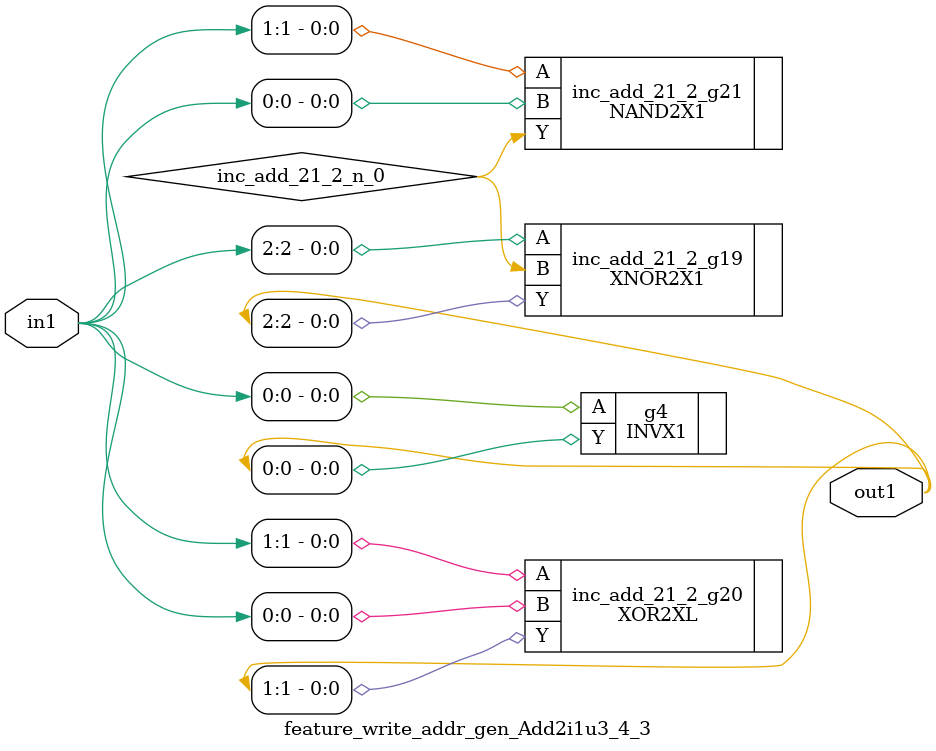
<source format=v>
`timescale 1ps / 1ps


module feature_write_addr_gen_Add2i1u3_4_3(in1, out1);
  input [2:0] in1;
  output [2:0] out1;
  wire [2:0] in1;
  wire [2:0] out1;
  wire inc_add_21_2_n_0;
  INVX1 g4(.A (in1[0]), .Y (out1[0]));
  XNOR2X1 inc_add_21_2_g19(.A (in1[2]), .B (inc_add_21_2_n_0), .Y
       (out1[2]));
  XOR2XL inc_add_21_2_g20(.A (in1[1]), .B (in1[0]), .Y (out1[1]));
  NAND2X1 inc_add_21_2_g21(.A (in1[1]), .B (in1[0]), .Y
       (inc_add_21_2_n_0));
endmodule



</source>
